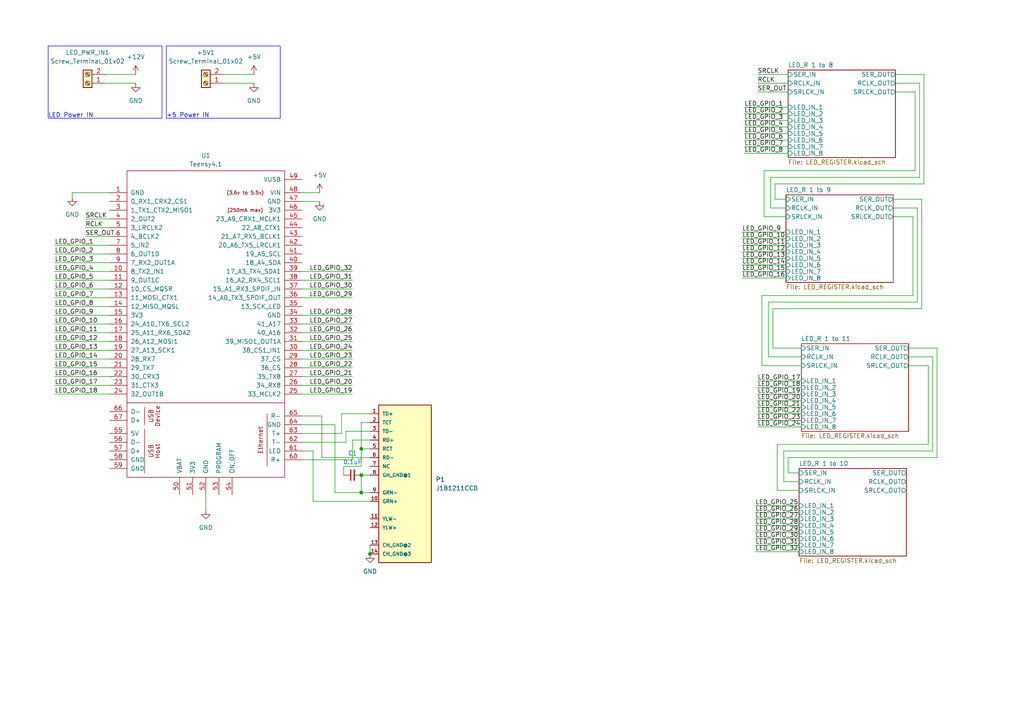
<source format=kicad_sch>
(kicad_sch (version 20230121) (generator eeschema)
  (paper "A4")
  (lib_symbols
    (symbol "Connector:Screw_Terminal_01x02" (pin_names (offset 1.016) hide)
      (property "Reference" "J" (at 0 2.54 0))
      (property "Value" "Screw_Terminal_01x02" (at 0 -5.08 0))
      (symbol "Screw_Terminal_01x02_1_1"
        (rectangle (start -1.27 1.27) (end 1.27 -3.81) (stroke (width 0.254)) (fill (type background)))
        (circle (center 0 -2.54) (radius 0.635) (stroke (width 0.1524)))
        (polyline (pts (xy -0.5334 -2.2098) (xy 0.3302 -3.048)) (stroke (width 0.1524)))
        (polyline (pts (xy -0.5334 0.3302) (xy 0.3302 -0.508)) (stroke (width 0.1524)))
        (polyline (pts (xy -0.3556 -2.032) (xy 0.508 -2.8702)) (stroke (width 0.1524)))
        (polyline (pts (xy -0.3556 0.508) (xy 0.508 -0.3302)) (stroke (width 0.1524)))
        (circle (center 0 0) (radius 0.635) (stroke (width 0.1524)))
        (pin passive line (at -5.08 0 0) (length 3.81) (name "Pin_1") (number "1"))
        (pin passive line (at -5.08 -2.54 0) (length 3.81) (name "Pin_2") (number "2"))
      )
    )
    (symbol "Device:C_Small" (pin_numbers hide) (pin_names (offset 0.254) hide)
      (property "Reference" "C" (at 0.254 1.778 0))
      (property "Value" "C_Small" (at 0.254 -2.032 0))
      (symbol "C_Small_0_1"
        (polyline (pts (xy -1.524 -0.508) (xy 1.524 -0.508)) (stroke (width 0.3302)))
        (polyline (pts (xy -1.524 0.508) (xy 1.524 0.508)) (stroke (width 0.3048)))
      )
      (symbol "C_Small_1_1"
        (pin passive line (at 0 2.54 270) (length 2.032) (name "~") (number "1"))
        (pin passive line (at 0 -2.54 90) (length 2.032) (name "~") (number "2"))
      )
    )
    (symbol "J1B1211CCD:J1B1211CCD" (pin_names (offset 1.016))
      (property "Reference" "P" (at -7.62 22.86 0))
      (property "Value" "J1B1211CCD" (at -7.62 -25.4 0))
      (symbol "J1B1211CCD_0_0"
        (rectangle (start -7.62 -22.86) (end 7.62 22.86) (stroke (width 0.254)) (fill (type background)))
        (pin passive line (at -10.16 20.32 0) (length 2.54) (name "TD+") (number "1"))
        (pin passive line (at -10.16 -5.08 0) (length 2.54) (name "GRN+") (number "10"))
        (pin passive line (at -10.16 -10.16 0) (length 2.54) (name "YLW-") (number "11"))
        (pin passive line (at -10.16 -12.7 0) (length 2.54) (name "YLW+") (number "12"))
        (pin passive line (at -10.16 -17.78 0) (length 2.54) (name "CH_GND@2") (number "13"))
        (pin passive line (at -10.16 -20.32 0) (length 2.54) (name "CH_GND@3") (number "14"))
        (pin passive line (at -10.16 17.78 0) (length 2.54) (name "TCT") (number "2"))
        (pin passive line (at -10.16 15.24 0) (length 2.54) (name "TD-") (number "3"))
        (pin passive line (at -10.16 12.7 0) (length 2.54) (name "RD+") (number "4"))
        (pin passive line (at -10.16 10.16 0) (length 2.54) (name "RCT") (number "5"))
        (pin passive line (at -10.16 7.62 0) (length 2.54) (name "RD-") (number "6"))
        (pin passive line (at -10.16 5.08 0) (length 2.54) (name "NC") (number "7"))
        (pin passive line (at -10.16 2.54 0) (length 2.54) (name "GH_GND@1") (number "8"))
        (pin passive line (at -10.16 -2.54 0) (length 2.54) (name "GRN-") (number "9"))
      )
    )
    (symbol "power:+12V" (power) (pin_names (offset 0))
      (property "Value" "+12V" (at 0 3.556 0))
      (symbol "+12V_0_1"
        (polyline (pts (xy -0.762 1.27) (xy 0 2.54)))
        (polyline (pts (xy 0 0) (xy 0 2.54)))
        (polyline (pts (xy 0 2.54) (xy 0.762 1.27)))
      )
      (symbol "+12V_1_1"
        (pin power_in line (at 0 0 90) (length 0) hide (name "+12V") (number "1"))
      )
    )
    (symbol "power:+5V" (power) (pin_names (offset 0))
      (property "Value" "+5V" (at 0 3.556 0))
      (symbol "+5V_0_1"
        (polyline (pts (xy -0.762 1.27) (xy 0 2.54)))
        (polyline (pts (xy 0 0) (xy 0 2.54)))
        (polyline (pts (xy 0 2.54) (xy 0.762 1.27)))
      )
      (symbol "+5V_1_1"
        (pin power_in line (at 0 0 90) (length 0) hide (name "+5V") (number "1"))
      )
    )
    (symbol "power:GND" (power) (pin_names (offset 0))
      (property "Value" "GND" (at 0 -3.81 0))
      (symbol "GND_0_1"
        (polyline (pts (xy 0 0) (xy 0 -1.27) (xy 1.27 -1.27) (xy 0 -2.54) (xy -1.27 -1.27) (xy 0 -1.27)))
      )
      (symbol "GND_1_1"
        (pin power_in line (at 0 0 270) (length 0) hide (name "GND") (number "1"))
      )
    )
    (symbol "teensy:Teensy4.1" (pin_names (offset 1.016))
      (property "Reference" "U" (at 0 64.77 0))
      (property "Value" "Teensy4.1" (at 0 62.23 0))
      (symbol "Teensy4.1_0_0"
        (polyline (pts (xy -22.86 -6.35) (xy 22.86 -6.35)))
        (polyline (pts (xy -17.78 -26.67) (xy -17.78 -13.97)))
        (polyline (pts (xy -17.78 -7.62) (xy -17.78 -12.7)))
        (polyline (pts (xy 17.78 -9.525) (xy 17.78 -24.765)))
        (text "(250mA max)" (at 11.43 49.53 0) (effects (font (size 1.016 1.016))))
        (text "(3.6v to 5.5v)" (at 11.43 54.61 0) (effects (font (size 1.016 1.016))))
        (text "Device" (at -13.97 -10.16 900) (effects (font (size 1.27 1.27))))
        (text "Ethernet" (at 15.875 -17.145 900) (effects (font (size 1.27 1.27))))
        (text "Host" (at -13.97 -20.32 900) (effects (font (size 1.27 1.27))))
        (text "USB" (at -15.875 -20.32 900) (effects (font (size 1.27 1.27))))
        (text "USB" (at -15.875 -10.16 900) (effects (font (size 1.27 1.27))))
        (pin bidirectional line (at -27.94 31.75 0) (length 5.08) (name "8_TX2_IN1") (number "10"))
        (pin bidirectional line (at -27.94 29.21 0) (length 5.08) (name "9_OUT1C") (number "11"))
        (pin bidirectional line (at -27.94 26.67 0) (length 5.08) (name "10_CS_MQSR") (number "12"))
        (pin bidirectional line (at -27.94 24.13 0) (length 5.08) (name "11_MOSI_CTX1") (number "13"))
        (pin bidirectional line (at -27.94 21.59 0) (length 5.08) (name "12_MISO_MQSL") (number "14"))
        (pin power_in line (at -27.94 19.05 0) (length 5.08) (name "3V3") (number "15"))
        (pin bidirectional line (at -27.94 16.51 0) (length 5.08) (name "24_A10_TX6_SCL2") (number "16"))
        (pin bidirectional line (at -27.94 13.97 0) (length 5.08) (name "25_A11_RX6_SDA2") (number "17"))
        (pin bidirectional line (at -27.94 11.43 0) (length 5.08) (name "26_A12_MOSI1") (number "18"))
        (pin bidirectional line (at -27.94 8.89 0) (length 5.08) (name "27_A13_SCK1") (number "19"))
        (pin bidirectional line (at -27.94 6.35 0) (length 5.08) (name "28_RX7") (number "20"))
        (pin bidirectional line (at -27.94 3.81 0) (length 5.08) (name "29_TX7") (number "21"))
        (pin bidirectional line (at -27.94 1.27 0) (length 5.08) (name "30_CRX3") (number "22"))
        (pin bidirectional line (at -27.94 -1.27 0) (length 5.08) (name "31_CTX3") (number "23"))
        (pin bidirectional line (at -27.94 -3.81 0) (length 5.08) (name "32_OUT1B") (number "24"))
        (pin bidirectional line (at 27.94 -3.81 180) (length 5.08) (name "33_MCLK2") (number "25"))
        (pin bidirectional line (at 27.94 -1.27 180) (length 5.08) (name "34_RX8") (number "26"))
        (pin bidirectional line (at 27.94 1.27 180) (length 5.08) (name "35_TX8") (number "27"))
        (pin bidirectional line (at 27.94 3.81 180) (length 5.08) (name "36_CS") (number "28"))
        (pin bidirectional line (at 27.94 6.35 180) (length 5.08) (name "37_CS") (number "29"))
        (pin bidirectional line (at 27.94 8.89 180) (length 5.08) (name "38_CS1_IN1") (number "30"))
        (pin bidirectional line (at 27.94 11.43 180) (length 5.08) (name "39_MISO1_OUT1A") (number "31"))
        (pin bidirectional line (at 27.94 13.97 180) (length 5.08) (name "40_A16") (number "32"))
        (pin bidirectional line (at 27.94 16.51 180) (length 5.08) (name "41_A17") (number "33"))
        (pin bidirectional line (at 27.94 21.59 180) (length 5.08) (name "13_SCK_LED") (number "35"))
        (pin bidirectional line (at 27.94 24.13 180) (length 5.08) (name "14_A0_TX3_SPDIF_OUT") (number "36"))
        (pin bidirectional line (at 27.94 26.67 180) (length 5.08) (name "15_A1_RX3_SPDIF_IN") (number "37"))
        (pin bidirectional line (at 27.94 29.21 180) (length 5.08) (name "16_A2_RX4_SCL1") (number "38"))
        (pin bidirectional line (at 27.94 31.75 180) (length 5.08) (name "17_A3_TX4_SDA1") (number "39"))
        (pin bidirectional line (at 27.94 34.29 180) (length 5.08) (name "18_A4_SDA") (number "40"))
        (pin bidirectional line (at 27.94 36.83 180) (length 5.08) (name "19_A5_SCL") (number "41"))
        (pin bidirectional line (at 27.94 39.37 180) (length 5.08) (name "20_A6_TX5_LRCLK1") (number "42"))
        (pin bidirectional line (at 27.94 41.91 180) (length 5.08) (name "21_A7_RX5_BCLK1") (number "43"))
        (pin bidirectional line (at 27.94 44.45 180) (length 5.08) (name "22_A8_CTX1") (number "44"))
        (pin bidirectional line (at 27.94 46.99 180) (length 5.08) (name "23_A9_CRX1_MCLK1") (number "45"))
        (pin output line (at 27.94 49.53 180) (length 5.08) (name "3V3") (number "46"))
        (pin output line (at 27.94 52.07 180) (length 5.08) (name "GND") (number "47"))
        (pin power_in line (at 27.94 54.61 180) (length 5.08) (name "VIN") (number "48"))
        (pin power_out line (at 27.94 58.42 180) (length 5.08) (name "VUSB") (number "49"))
        (pin bidirectional line (at -27.94 44.45 0) (length 5.08) (name "3_LRCLK2") (number "5"))
        (pin power_in line (at -7.62 -33.02 90) (length 5.08) (name "VBAT") (number "50"))
        (pin power_in line (at -3.81 -33.02 90) (length 5.08) (name "3V3") (number "51"))
        (pin input line (at 0 -33.02 90) (length 5.08) (name "GND") (number "52"))
        (pin input line (at 3.81 -33.02 90) (length 5.08) (name "PROGRAM") (number "53"))
        (pin input line (at 7.62 -33.02 90) (length 5.08) (name "ON_OFF") (number "54"))
        (pin power_out line (at -27.94 -15.24 0) (length 5.08) (name "5V") (number "55"))
        (pin bidirectional line (at -27.94 -17.78 0) (length 5.08) (name "D-") (number "56"))
        (pin bidirectional line (at -27.94 -20.32 0) (length 5.08) (name "D+") (number "57"))
        (pin power_in line (at -27.94 -22.86 0) (length 5.08) (name "GND") (number "58"))
        (pin power_in line (at -27.94 -25.4 0) (length 5.08) (name "GND") (number "59"))
        (pin bidirectional line (at -27.94 41.91 0) (length 5.08) (name "4_BCLK2") (number "6"))
        (pin bidirectional line (at 27.94 -22.86 180) (length 5.08) (name "R+") (number "60"))
        (pin bidirectional line (at 27.94 -20.32 180) (length 5.08) (name "LED") (number "61"))
        (pin bidirectional line (at 27.94 -17.78 180) (length 5.08) (name "T-") (number "62"))
        (pin bidirectional line (at 27.94 -15.24 180) (length 5.08) (name "T+") (number "63"))
        (pin power_in line (at 27.94 -12.7 180) (length 5.08) (name "GND") (number "64"))
        (pin bidirectional line (at 27.94 -10.16 180) (length 5.08) (name "R-") (number "65"))
        (pin bidirectional line (at -27.94 -8.89 0) (length 5.08) (name "D-") (number "66"))
        (pin bidirectional line (at -27.94 -11.43 0) (length 5.08) (name "D+") (number "67"))
        (pin bidirectional line (at -27.94 39.37 0) (length 5.08) (name "5_IN2") (number "7"))
        (pin bidirectional line (at -27.94 36.83 0) (length 5.08) (name "6_OUT1D") (number "8"))
        (pin bidirectional line (at -27.94 34.29 0) (length 5.08) (name "7_RX2_OUT1A") (number "9"))
      )
      (symbol "Teensy4.1_0_1"
        (rectangle (start -22.86 60.96) (end 22.86 -27.94))
        (rectangle (start -20.32 -1.27) (end -20.32 -1.27))
      )
      (symbol "Teensy4.1_1_1"
        (pin power_in line (at -27.94 54.61 0) (length 5.08) (name "GND") (number "1"))
        (pin bidirectional line (at -27.94 52.07 0) (length 5.08) (name "0_RX1_CRX2_CS1") (number "2"))
        (pin bidirectional line (at -27.94 49.53 0) (length 5.08) (name "1_TX1_CTX2_MISO1") (number "3"))
        (pin power_in line (at 27.94 19.05 180) (length 5.08) (name "GND") (number "34"))
        (pin bidirectional line (at -27.94 46.99 0) (length 5.08) (name "2_OUT2") (number "4"))
      )
    )
  )
  (junction (at 104.775 130.175))
  (junction (at 104.775 142.875))
  (junction (at 107.315 160.655))
  (junction (at 104.775 137.795))
  (wire (pts (xy 224.155 100.965) (xy 224.155 89.535)))
  (wire (pts (xy 232.41 103.505) (xy 222.885 103.505)))
  (wire (pts (xy 264.795 62.865) (xy 264.795 85.725)))
  (wire (pts (xy 15.875 81.28) (xy 31.75 81.28)))
  (wire (pts (xy 15.875 76.2) (xy 31.75 76.2)))
  (wire (pts (xy 266.065 60.325) (xy 266.065 87.63)))
  (wire (pts (xy 87.63 81.28) (xy 102.235 81.28)))
  (wire (pts (xy 220.98 106.045) (xy 220.98 85.725)))
  (wire (pts (xy 99.06 125.73) (xy 99.06 120.015)))
  (wire (pts (xy 271.78 100.965) (xy 271.78 132.715)))
  (wire (pts (xy 270.51 130.81) (xy 227.33 130.81)))
  (wire (pts (xy 225.425 128.905) (xy 225.425 142.24)))
  (wire (pts (xy 102.235 78.74) (xy 87.63 78.74)))
  (wire (pts (xy 90.805 145.415) (xy 90.805 130.81)))
  (wire (pts (xy 266.065 60.325) (xy 259.08 60.325)))
  (wire (pts (xy 93.345 132.715) (xy 107.315 132.715)))
  (wire (pts (xy 92.71 55.88) (xy 87.63 55.88)))
  (wire (pts (xy 215.9 36.83) (xy 228.6 36.83)))
  (wire (pts (xy 219.71 112.395) (xy 232.41 112.395)))
  (wire (pts (xy 100.33 125.095) (xy 100.33 128.27)))
  (wire (pts (xy 232.41 106.045) (xy 220.98 106.045)))
  (wire (pts (xy 224.79 57.785) (xy 227.965 57.785)))
  (wire (pts (xy 90.805 130.81) (xy 87.63 130.81)))
  (wire (pts (xy 107.315 145.415) (xy 90.805 145.415)))
  (wire (pts (xy 107.315 125.095) (xy 100.33 125.095)))
  (wire (pts (xy 104.775 122.555) (xy 104.775 130.175)))
  (wire (pts (xy 102.235 96.52) (xy 87.63 96.52)))
  (wire (pts (xy 259.715 21.59) (xy 267.97 21.59)))
  (wire (pts (xy 227.33 130.81) (xy 227.33 139.7)))
  (wire (pts (xy 15.875 91.44) (xy 31.75 91.44)))
  (wire (pts (xy 20.955 55.88) (xy 31.75 55.88)))
  (wire (pts (xy 107.315 137.795) (xy 104.775 137.795)))
  (wire (pts (xy 269.24 106.045) (xy 269.24 128.905)))
  (wire (pts (xy 215.265 74.93) (xy 227.965 74.93)))
  (wire (pts (xy 215.265 76.835) (xy 227.965 76.835)))
  (wire (pts (xy 270.51 103.505) (xy 270.51 130.81)))
  (wire (pts (xy 24.765 66.04) (xy 31.75 66.04)))
  (wire (pts (xy 259.08 57.785) (xy 267.335 57.785)))
  (wire (pts (xy 59.69 147.955) (xy 59.69 143.51)))
  (wire (pts (xy 97.155 123.19) (xy 97.155 142.875)))
  (wire (pts (xy 15.875 99.06) (xy 31.75 99.06)))
  (wire (pts (xy 219.075 150.495) (xy 231.775 150.495)))
  (wire (pts (xy 99.695 135.255) (xy 104.775 135.255)))
  (wire (pts (xy 102.235 93.98) (xy 87.63 93.98)))
  (wire (pts (xy 102.235 99.06) (xy 87.63 99.06)))
  (wire (pts (xy 219.71 116.205) (xy 232.41 116.205)))
  (wire (pts (xy 102.235 109.22) (xy 87.63 109.22)))
  (wire (pts (xy 100.33 128.27) (xy 87.63 128.27)))
  (wire (pts (xy 224.79 53.34) (xy 224.79 57.785)))
  (wire (pts (xy 269.24 128.905) (xy 225.425 128.905)))
  (wire (pts (xy 267.335 89.535) (xy 224.155 89.535)))
  (wire (pts (xy 215.9 40.64) (xy 228.6 40.64)))
  (wire (pts (xy 219.075 154.305) (xy 231.775 154.305)))
  (wire (pts (xy 15.875 86.36) (xy 31.75 86.36)))
  (wire (pts (xy 97.155 142.875) (xy 104.775 142.875)))
  (wire (pts (xy 219.71 110.49) (xy 232.41 110.49)))
  (wire (pts (xy 104.775 130.175) (xy 107.315 130.175)))
  (wire (pts (xy 266.7 51.435) (xy 223.52 51.435)))
  (wire (pts (xy 219.075 146.685) (xy 231.775 146.685)))
  (wire (pts (xy 219.71 21.59) (xy 228.6 21.59)))
  (wire (pts (xy 15.875 96.52) (xy 31.75 96.52)))
  (wire (pts (xy 215.9 31.115) (xy 228.6 31.115)))
  (wire (pts (xy 219.71 118.11) (xy 232.41 118.11)))
  (wire (pts (xy 102.235 127.635) (xy 102.235 133.35)))
  (wire (pts (xy 15.875 93.98) (xy 31.75 93.98)))
  (wire (pts (xy 73.66 24.13) (xy 64.77 24.13)))
  (wire (pts (xy 107.315 158.115) (xy 107.315 160.655)))
  (wire (pts (xy 223.52 51.435) (xy 223.52 60.325)))
  (wire (pts (xy 102.235 86.36) (xy 87.63 86.36)))
  (wire (pts (xy 227.33 139.7) (xy 231.775 139.7)))
  (wire (pts (xy 24.765 63.5) (xy 31.75 63.5)))
  (wire (pts (xy 107.315 122.555) (xy 104.775 122.555)))
  (wire (pts (xy 271.78 132.715) (xy 228.6 132.715)))
  (wire (pts (xy 102.235 83.82) (xy 87.63 83.82)))
  (wire (pts (xy 73.66 21.59) (xy 64.77 21.59)))
  (wire (pts (xy 104.775 135.255) (xy 104.775 130.175)))
  (wire (pts (xy 263.525 100.965) (xy 271.78 100.965)))
  (wire (pts (xy 219.71 26.67) (xy 228.6 26.67)))
  (wire (pts (xy 222.885 103.505) (xy 222.885 87.63)))
  (wire (pts (xy 219.075 158.115) (xy 231.775 158.115)))
  (wire (pts (xy 15.875 114.3) (xy 31.75 114.3)))
  (wire (pts (xy 15.875 71.12) (xy 31.75 71.12)))
  (wire (pts (xy 219.71 120.015) (xy 232.41 120.015)))
  (wire (pts (xy 104.775 142.875) (xy 104.775 137.795)))
  (wire (pts (xy 87.63 123.19) (xy 97.155 123.19)))
  (wire (pts (xy 228.6 132.715) (xy 228.6 137.16)))
  (wire (pts (xy 219.075 156.21) (xy 231.775 156.21)))
  (wire (pts (xy 102.235 114.3) (xy 87.63 114.3)))
  (wire (pts (xy 219.075 152.4) (xy 231.775 152.4)))
  (wire (pts (xy 99.695 137.795) (xy 99.695 135.255)))
  (wire (pts (xy 215.265 69.215) (xy 227.965 69.215)))
  (wire (pts (xy 102.235 101.6) (xy 87.63 101.6)))
  (wire (pts (xy 87.63 125.73) (xy 99.06 125.73)))
  (wire (pts (xy 219.075 148.59) (xy 231.775 148.59)))
  (wire (pts (xy 99.06 120.015) (xy 107.315 120.015)))
  (wire (pts (xy 39.37 21.59) (xy 30.48 21.59)))
  (wire (pts (xy 219.71 114.3) (xy 232.41 114.3)))
  (wire (pts (xy 221.615 62.865) (xy 227.965 62.865)))
  (wire (pts (xy 267.335 57.785) (xy 267.335 89.535)))
  (wire (pts (xy 107.315 127.635) (xy 102.235 127.635)))
  (wire (pts (xy 39.37 24.13) (xy 30.48 24.13)))
  (wire (pts (xy 265.43 49.53) (xy 221.615 49.53)))
  (wire (pts (xy 267.97 53.34) (xy 224.79 53.34)))
  (wire (pts (xy 215.265 71.12) (xy 227.965 71.12)))
  (wire (pts (xy 20.955 57.15) (xy 20.955 55.88)))
  (wire (pts (xy 102.235 104.14) (xy 87.63 104.14)))
  (wire (pts (xy 15.875 101.6) (xy 31.75 101.6)))
  (wire (pts (xy 215.9 38.735) (xy 228.6 38.735)))
  (wire (pts (xy 215.265 73.025) (xy 227.965 73.025)))
  (wire (pts (xy 15.875 104.14) (xy 31.75 104.14)))
  (wire (pts (xy 219.075 160.02) (xy 231.775 160.02)))
  (wire (pts (xy 215.265 78.74) (xy 227.965 78.74)))
  (wire (pts (xy 92.71 58.42) (xy 87.63 58.42)))
  (wire (pts (xy 24.765 68.58) (xy 31.75 68.58)))
  (wire (pts (xy 15.875 109.22) (xy 31.75 109.22)))
  (wire (pts (xy 219.71 123.825) (xy 232.41 123.825)))
  (wire (pts (xy 225.425 142.24) (xy 231.775 142.24)))
  (wire (pts (xy 265.43 26.67) (xy 259.715 26.67)))
  (wire (pts (xy 266.065 87.63) (xy 222.885 87.63)))
  (wire (pts (xy 264.795 85.725) (xy 220.98 85.725)))
  (wire (pts (xy 265.43 26.67) (xy 265.43 49.53)))
  (wire (pts (xy 15.875 83.82) (xy 31.75 83.82)))
  (wire (pts (xy 15.875 111.76) (xy 31.75 111.76)))
  (wire (pts (xy 270.51 103.505) (xy 263.525 103.505)))
  (wire (pts (xy 228.6 137.16) (xy 231.775 137.16)))
  (wire (pts (xy 102.235 133.35) (xy 87.63 133.35)))
  (wire (pts (xy 15.875 78.74) (xy 31.75 78.74)))
  (wire (pts (xy 266.7 24.13) (xy 259.715 24.13)))
  (wire (pts (xy 221.615 49.53) (xy 221.615 62.865)))
  (wire (pts (xy 93.345 120.65) (xy 93.345 132.715)))
  (wire (pts (xy 267.97 21.59) (xy 267.97 53.34)))
  (wire (pts (xy 102.235 111.76) (xy 87.63 111.76)))
  (wire (pts (xy 15.875 88.9) (xy 31.75 88.9)))
  (wire (pts (xy 264.795 62.865) (xy 259.08 62.865)))
  (wire (pts (xy 102.235 106.68) (xy 87.63 106.68)))
  (wire (pts (xy 215.265 67.31) (xy 227.965 67.31)))
  (wire (pts (xy 215.265 80.645) (xy 227.965 80.645)))
  (wire (pts (xy 87.63 120.65) (xy 93.345 120.65)))
  (wire (pts (xy 223.52 60.325) (xy 227.965 60.325)))
  (wire (pts (xy 107.315 142.875) (xy 104.775 142.875)))
  (wire (pts (xy 269.24 106.045) (xy 263.525 106.045)))
  (wire (pts (xy 102.235 91.44) (xy 87.63 91.44)))
  (wire (pts (xy 215.9 33.02) (xy 228.6 33.02)))
  (wire (pts (xy 266.7 24.13) (xy 266.7 51.435)))
  (wire (pts (xy 215.9 44.45) (xy 228.6 44.45)))
  (wire (pts (xy 219.71 24.13) (xy 228.6 24.13)))
  (wire (pts (xy 215.9 34.925) (xy 228.6 34.925)))
  (wire (pts (xy 215.9 42.545) (xy 228.6 42.545)))
  (wire (pts (xy 15.875 73.66) (xy 31.75 73.66)))
  (wire (pts (xy 15.875 106.68) (xy 31.75 106.68)))
  (wire (pts (xy 232.41 100.965) (xy 224.155 100.965)))
  (wire (pts (xy 219.71 121.92) (xy 232.41 121.92)))
  (rectangle (start 13.97 13.335) (end 46.99 34.29))
  (rectangle (start 48.26 13.335) (end 81.28 34.29))
  (text "+5 Power IN" (at 48.26 34.29 0) (effects (font (size 1.27 1.27)) (justify left bottom)))
  (text "LED Power IN" (at 13.97 34.29 0) (effects (font (size 1.27 1.27)) (justify left bottom)))
  (label "LED_GPIO_7" (at 15.875 86.36 0))
  (label "LED_GPIO_11" (at 215.265 71.12 0))
  (label "LED_GPIO_15" (at 215.265 78.74 0))
  (label "LED_GPIO_13" (at 15.875 101.6 0))
  (label "LED_GPIO_14" (at 15.875 104.14 0))
  (label "LED_GPIO_4" (at 215.9 36.83 0))
  (label "LED_GPIO_22" (at 102.235 106.68 180))
  (label "SRCLK" (at 219.71 21.59 0))
  (label "LED_GPIO_28" (at 219.075 152.4 0))
  (label "LED_GPIO_5" (at 15.875 81.28 0))
  (label "SER_OUT" (at 219.71 26.67 0))
  (label "LED_GPIO_28" (at 102.235 91.44 180))
  (label "LED_GPIO_31" (at 219.075 158.115 0))
  (label "LED_GPIO_25" (at 219.075 146.685 0))
  (label "LED_GPIO_32" (at 219.075 160.02 0))
  (label "LED_GPIO_1" (at 215.9 31.115 0))
  (label "LED_GPIO_3" (at 15.875 76.2 0))
  (label "LED_GPIO_13" (at 215.265 74.93 0))
  (label "LED_GPIO_6" (at 15.875 83.82 0))
  (label "LED_GPIO_27" (at 102.235 93.98 180))
  (label "LED_GPIO_24" (at 102.235 101.6 180))
  (label "LED_GPIO_23" (at 219.71 121.92 0))
  (label "LED_GPIO_9" (at 15.875 91.44 0))
  (label "LED_GPIO_17" (at 219.71 110.49 0))
  (label "LED_GPIO_16" (at 15.875 109.22 0))
  (label "LED_GPIO_26" (at 102.235 96.52 180))
  (label "RCLK" (at 219.71 24.13 0))
  (label "LED_GPIO_26" (at 219.075 148.59 0))
  (label "LED_GPIO_30" (at 219.075 156.21 0))
  (label "LED_GPIO_24" (at 219.71 123.825 0))
  (label "LED_GPIO_19" (at 219.71 114.3 0))
  (label "LED_GPIO_29" (at 219.075 154.305 0))
  (label "LED_GPIO_20" (at 219.71 116.205 0))
  (label "LED_GPIO_32" (at 102.235 78.74 180))
  (label "SRCLK" (at 24.765 63.5 0))
  (label "LED_GPIO_4" (at 15.875 78.74 0))
  (label "LED_GPIO_3" (at 215.9 34.925 0))
  (label "LED_GPIO_27" (at 219.075 150.495 0))
  (label "LED_GPIO_10" (at 15.875 93.98 0))
  (label "LED_GPIO_31" (at 102.235 81.28 180))
  (label "LED_GPIO_11" (at 15.875 96.52 0))
  (label "LED_GPIO_29" (at 102.235 86.36 180))
  (label "LED_GPIO_30" (at 102.235 83.82 180))
  (label "LED_GPIO_23" (at 102.235 104.14 180))
  (label "LED_GPIO_20" (at 102.235 111.76 180))
  (label "LED_GPIO_18" (at 15.875 114.3 0))
  (label "LED_GPIO_6" (at 215.9 40.64 0))
  (label "LED_GPIO_17" (at 15.875 111.76 0))
  (label "SER_OUT" (at 24.765 68.58 0))
  (label "LED_GPIO_1" (at 15.875 71.12 0))
  (label "LED_GPIO_12" (at 215.265 73.025 0))
  (label "LED_GPIO_22" (at 219.71 120.015 0))
  (label "LED_GPIO_21" (at 219.71 118.11 0))
  (label "LED_GPIO_21" (at 102.235 109.22 180))
  (label "LED_GPIO_7" (at 215.9 42.545 0))
  (label "LED_GPIO_16" (at 215.265 80.645 0))
  (label "LED_GPIO_25" (at 102.235 99.06 180))
  (label "RCLK" (at 24.765 66.04 0))
  (label "LED_GPIO_2" (at 15.875 73.66 0))
  (label "LED_GPIO_19" (at 102.235 114.3 180))
  (label "LED_GPIO_2" (at 215.9 33.02 0))
  (label "LED_GPIO_14" (at 215.265 76.835 0))
  (label "LED_GPIO_9" (at 215.265 67.31 0))
  (label "LED_GPIO_18" (at 219.71 112.395 0))
  (label "LED_GPIO_12" (at 15.875 99.06 0))
  (label "LED_GPIO_8" (at 15.875 88.9 0))
  (label "LED_GPIO_5" (at 215.9 38.735 0))
  (label "LED_GPIO_8" (at 215.9 44.45 0))
  (label "LED_GPIO_10" (at 215.265 69.215 0))
  (label "LED_GPIO_15" (at 15.875 106.68 0))
  (symbol (lib_id "teensy:Teensy4.1") (at 59.69 110.49 0) (unit 1)
    (property "Reference" "U1" (at 59.69 45.085 0))
    (property "Value" "Teensy4.1" (at 59.69 47.625 0))
    (property "Footprint" "teensy.pretty-master:Teensy41" (effects hide))
  )
  (symbol (lib_id "power:GND") (at 73.66 24.13 0) (unit 1)
    (property "Reference" "#PWR06" (effects hide))
    (property "Value" "GND" (at 73.66 29.21 0))
  )
  (symbol (lib_id "power:GND") (at 39.37 24.13 0) (unit 1)
    (property "Reference" "#PWR03" (effects hide))
    (property "Value" "GND" (at 39.37 29.21 0))
  )
  (symbol (lib_id "power:GND") (at 20.955 57.15 0) (unit 1)
    (property "Reference" "#PWR01" (effects hide))
    (property "Value" "GND" (at 20.955 62.23 0))
  )
  (symbol (lib_id "power:+5V") (at 73.66 21.59 0) (unit 1)
    (property "Reference" "#PWR05" (effects hide))
    (property "Value" "+5V" (at 73.66 16.51 0))
  )
  (symbol (lib_id "power:GND") (at 107.315 160.655 0) (unit 1)
    (property "Reference" "#PWR09" (effects hide))
    (property "Value" "GND" (at 107.315 165.735 0))
  )
  (symbol (lib_id "Connector:Screw_Terminal_01x02") (at 59.69 24.13 180) (unit 1)
    (property "Reference" "+5V1" (at 59.69 15.24 0))
    (property "Value" "Screw_Terminal_01x02" (at 59.69 17.78 0))
    (property "Footprint" "Connector_Wago:Wago_734-162_1x02_P3.50mm_Horizontal" (effects hide))
  )
  (symbol (lib_id "Connector:Screw_Terminal_01x02") (at 25.4 24.13 180) (unit 1)
    (property "Reference" "LED_PWR_IN1" (at 25.4 15.24 0))
    (property "Value" "Screw_Terminal_01x02" (at 25.4 17.78 0))
    (property "Footprint" "Connector_Wago:Wago_734-162_1x02_P3.50mm_Horizontal" (effects hide))
  )
  (symbol (lib_id "power:+12V") (at 39.37 21.59 0) (unit 1)
    (property "Reference" "#PWR02" (effects hide))
    (property "Value" "+12V" (at 39.37 16.51 0))
  )
  (symbol (lib_id "power:GND") (at 59.69 147.955 0) (unit 1)
    (property "Reference" "#PWR04" (effects hide))
    (property "Value" "GND" (at 59.69 153.035 0))
  )
  (symbol (lib_id "power:GND") (at 92.71 58.42 0) (unit 1)
    (property "Reference" "#PWR08" (effects hide))
    (property "Value" "GND" (at 92.71 63.5 0))
  )
  (symbol (lib_id "J1B1211CCD:J1B1211CCD") (at 117.475 140.335 0) (unit 1)
    (property "Reference" "P1" (at 126.365 139.065 0) (effects (justify left)))
    (property "Value" "J1B1211CCD" (at 126.365 141.605 0) (effects (justify left)))
    (property "Footprint" "J1B1211CCD:J1B1211CCD" (effects hide))
    (property "MF" "WIZnet" (effects hide))
    (property "Purchase-URL" "https://www.snapeda.com/api/url_track_click_mouser/?unipart_id=4792154&manufacturer=WIZnet&part_name=J1B1211CCD&search_term=None" (effects hide))
    (property "Package" "None" (effects hide))
    (property "Price" "None" (effects hide))
    (property "Check_prices" "https://www.snapeda.com/parts/J1B1211CCD/WIZnet/view-part/?ref=eda" (effects hide))
    (property "SnapEDA_Link" "https://www.snapeda.com/parts/J1B1211CCD/WIZnet/view-part/?ref=snap" (effects hide))
    (property "MP" "J1B1211CCD" (effects hide))
    (property "Availability" "In Stock" (effects hide))
    (property "Description" "\n1 Port RJ45 Magjack Connector Through Hole 10/100 Base-T, AutoMDIX\n" (effects hide))
  )
  (symbol (lib_id "power:+5V") (at 92.71 55.88 0) (unit 1)
    (property "Reference" "#PWR07" (effects hide))
    (property "Value" "+5V" (at 92.71 50.8 0))
  )
  (symbol (lib_id "Device:C_Small") (at 102.235 137.795 90) (unit 1)
    (property "Reference" "C1" (at 102.2413 131.445 90))
    (property "Value" "0.1uF" (at 102.2413 133.985 90))
    (property "Footprint" "Capacitor_THT:C_Disc_D3.0mm_W1.6mm_P2.50mm" (effects hide))
  )
  (sheet (at 232.41 99.695) (size 31.115 25.4) (stroke (width 0.1524))
    (property "Sheetname" "LED_R 1 to 11" (at 232.41 98.9834 0) (effects (justify left bottom)))
    (property "Sheetfile" "LED_REGISTER.kicad_sch" (at 232.41 125.6796 0) (effects (justify left top)))
    (pin "SER_OUT" output (at 263.525 100.965 0))
    (pin "SER_IN" input (at 232.41 100.965 180))
    (pin "RCLK_OUT" output (at 263.525 103.505 0))
    (pin "RCLK_IN" input (at 232.41 103.505 180))
    (pin "SRLCK_OUT" output (at 263.525 106.045 0))
    (pin "SRLCK_IN" input (at 232.41 106.045 180))
    (pin "LED_IN_2" input (at 232.41 112.395 180))
    (pin "LED_IN_3" input (at 232.41 114.3 180))
    (pin "LED_IN_4" input (at 232.41 116.205 180))
    (pin "LED_IN_5" input (at 232.41 118.11 180))
    (pin "LED_IN_6" input (at 232.41 120.015 180))
    (pin "LED_IN_8" input (at 232.41 123.825 180))
    (pin "LED_IN_1" input (at 232.41 110.49 180))
    (pin "LED_IN_7" input (at 232.41 121.92 180))
  )
  (sheet (at 228.6 20.32) (size 31.115 25.4) (stroke (width 0.1524))
    (property "Sheetname" "LED_R 1 to 8" (at 228.6 19.6084 0) (effects (justify left bottom)))
    (property "Sheetfile" "LED_REGISTER.kicad_sch" (at 228.6 46.3046 0) (effects (justify left top)))
    (pin "SER_OUT" output (at 259.715 21.59 0))
    (pin "SER_IN" input (at 228.6 21.59 180))
    (pin "RCLK_OUT" output (at 259.715 24.13 0))
    (pin "RCLK_IN" input (at 228.6 24.13 180))
    (pin "SRLCK_OUT" output (at 259.715 26.67 0))
    (pin "SRLCK_IN" input (at 228.6 26.67 180))
    (pin "LED_IN_2" input (at 228.6 33.02 180))
    (pin "LED_IN_3" input (at 228.6 34.925 180))
    (pin "LED_IN_4" input (at 228.6 36.83 180))
    (pin "LED_IN_5" input (at 228.6 38.735 180))
    (pin "LED_IN_6" input (at 228.6 40.64 180))
    (pin "LED_IN_8" input (at 228.6 44.45 180))
    (pin "LED_IN_1" input (at 228.6 31.115 180))
    (pin "LED_IN_7" input (at 228.6 42.545 180))
  )
  (sheet (at 231.775 135.89) (size 31.115 25.4) (stroke (width 0.1524))
    (property "Sheetname" "LED_R 1 to 10" (at 231.775 135.1784 0) (effects (justify left bottom)))
    (property "Sheetfile" "LED_REGISTER.kicad_sch" (at 231.775 161.8746 0) (effects (justify left top)))
    (pin "SER_OUT" output (at 262.89 137.16 0))
    (pin "SER_IN" input (at 231.775 137.16 180))
    (pin "RCLK_OUT" output (at 262.89 139.7 0))
    (pin "RCLK_IN" input (at 231.775 139.7 180))
    (pin "SRLCK_OUT" output (at 262.89 142.24 0))
    (pin "SRLCK_IN" input (at 231.775 142.24 180))
    (pin "LED_IN_2" input (at 231.775 148.59 180))
    (pin "LED_IN_3" input (at 231.775 150.495 180))
    (pin "LED_IN_4" input (at 231.775 152.4 180))
    (pin "LED_IN_5" input (at 231.775 154.305 180))
    (pin "LED_IN_6" input (at 231.775 156.21 180))
    (pin "LED_IN_8" input (at 231.775 160.02 180))
    (pin "LED_IN_1" input (at 231.775 146.685 180))
    (pin "LED_IN_7" input (at 231.775 158.115 180))
  )
  (sheet (at 227.965 56.515) (size 31.115 25.4) (stroke (width 0.1524))
    (property "Sheetname" "LED_R 1 to 9" (at 227.965 55.8034 0) (effects (justify left bottom)))
    (property "Sheetfile" "LED_REGISTER.kicad_sch" (at 227.965 82.4996 0) (effects (justify left top)))
    (pin "SER_OUT" output (at 259.08 57.785 0))
    (pin "SER_IN" input (at 227.965 57.785 180))
    (pin "RCLK_OUT" output (at 259.08 60.325 0))
    (pin "RCLK_IN" input (at 227.965 60.325 180))
    (pin "SRLCK_OUT" output (at 259.08 62.865 0))
    (pin "SRLCK_IN" input (at 227.965 62.865 180))
    (pin "LED_IN_2" input (at 227.965 69.215 180))
    (pin "LED_IN_3" input (at 227.965 71.12 180))
    (pin "LED_IN_4" input (at 227.965 73.025 180))
    (pin "LED_IN_5" input (at 227.965 74.93 180))
    (pin "LED_IN_6" input (at 227.965 76.835 180))
    (pin "LED_IN_8" input (at 227.965 80.645 180))
    (pin "LED_IN_1" input (at 227.965 67.31 180))
    (pin "LED_IN_7" input (at 227.965 78.74 180))
  )
)
</source>
